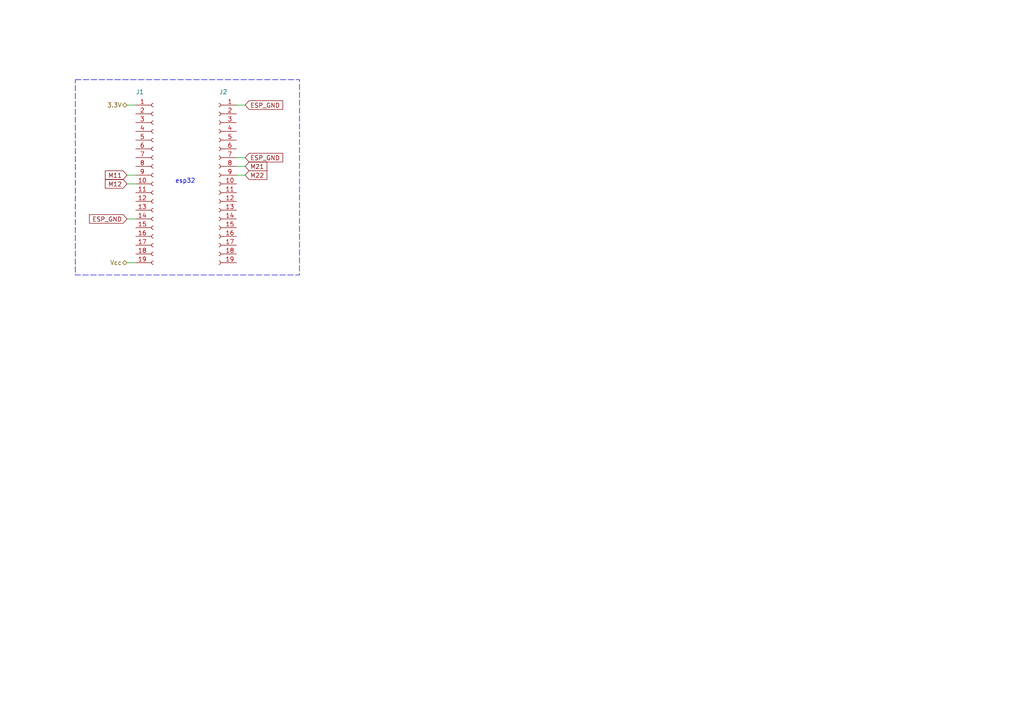
<source format=kicad_sch>
(kicad_sch (version 20231120) (generator "eeschema") (generator_version "8.0")
  (paper "A4")
  (lib_symbols
    (symbol "Connector:Conn_01x19_Female" (pin_names (offset 1.016) hide)
      (property "Reference" "J" (at 0 25.4 0))
      (property "Value" "Conn_01x19_Female" (at 0 -25.4 0))
      (symbol "Conn_01x19_Female_1_1"
        (arc (start 0 -22.352) (mid -0.5058 -22.86) (end 0 -23.368) (stroke (width 0.1524)))
        (arc (start 0 -19.812) (mid -0.5058 -20.32) (end 0 -20.828) (stroke (width 0.1524)))
        (arc (start 0 -17.272) (mid -0.5058 -17.78) (end 0 -18.288) (stroke (width 0.1524)))
        (arc (start 0 -14.732) (mid -0.5058 -15.24) (end 0 -15.748) (stroke (width 0.1524)))
        (arc (start 0 -12.192) (mid -0.5058 -12.7) (end 0 -13.208) (stroke (width 0.1524)))
        (arc (start 0 -9.652) (mid -0.5058 -10.16) (end 0 -10.668) (stroke (width 0.1524)))
        (arc (start 0 -7.112) (mid -0.5058 -7.62) (end 0 -8.128) (stroke (width 0.1524)))
        (arc (start 0 -4.572) (mid -0.5058 -5.08) (end 0 -5.588) (stroke (width 0.1524)))
        (arc (start 0 -2.032) (mid -0.5058 -2.54) (end 0 -3.048) (stroke (width 0.1524)))
        (polyline (pts (xy -1.27 -22.86) (xy -0.508 -22.86)) (stroke (width 0.1524)))
        (polyline (pts (xy -1.27 -20.32) (xy -0.508 -20.32)) (stroke (width 0.1524)))
        (polyline (pts (xy -1.27 -17.78) (xy -0.508 -17.78)) (stroke (width 0.1524)))
        (polyline (pts (xy -1.27 -15.24) (xy -0.508 -15.24)) (stroke (width 0.1524)))
        (polyline (pts (xy -1.27 -12.7) (xy -0.508 -12.7)) (stroke (width 0.1524)))
        (polyline (pts (xy -1.27 -10.16) (xy -0.508 -10.16)) (stroke (width 0.1524)))
        (polyline (pts (xy -1.27 -7.62) (xy -0.508 -7.62)) (stroke (width 0.1524)))
        (polyline (pts (xy -1.27 -5.08) (xy -0.508 -5.08)) (stroke (width 0.1524)))
        (polyline (pts (xy -1.27 -2.54) (xy -0.508 -2.54)) (stroke (width 0.1524)))
        (polyline (pts (xy -1.27 0) (xy -0.508 0)) (stroke (width 0.1524)))
        (polyline (pts (xy -1.27 2.54) (xy -0.508 2.54)) (stroke (width 0.1524)))
        (polyline (pts (xy -1.27 5.08) (xy -0.508 5.08)) (stroke (width 0.1524)))
        (polyline (pts (xy -1.27 7.62) (xy -0.508 7.62)) (stroke (width 0.1524)))
        (polyline (pts (xy -1.27 10.16) (xy -0.508 10.16)) (stroke (width 0.1524)))
        (polyline (pts (xy -1.27 12.7) (xy -0.508 12.7)) (stroke (width 0.1524)))
        (polyline (pts (xy -1.27 15.24) (xy -0.508 15.24)) (stroke (width 0.1524)))
        (polyline (pts (xy -1.27 17.78) (xy -0.508 17.78)) (stroke (width 0.1524)))
        (polyline (pts (xy -1.27 20.32) (xy -0.508 20.32)) (stroke (width 0.1524)))
        (polyline (pts (xy -1.27 22.86) (xy -0.508 22.86)) (stroke (width 0.1524)))
        (arc (start 0 0.508) (mid -0.5058 0) (end 0 -0.508) (stroke (width 0.1524)))
        (arc (start 0 3.048) (mid -0.5058 2.54) (end 0 2.032) (stroke (width 0.1524)))
        (arc (start 0 5.588) (mid -0.5058 5.08) (end 0 4.572) (stroke (width 0.1524)))
        (arc (start 0 8.128) (mid -0.5058 7.62) (end 0 7.112) (stroke (width 0.1524)))
        (arc (start 0 10.668) (mid -0.5058 10.16) (end 0 9.652) (stroke (width 0.1524)))
        (arc (start 0 13.208) (mid -0.5058 12.7) (end 0 12.192) (stroke (width 0.1524)))
        (arc (start 0 15.748) (mid -0.5058 15.24) (end 0 14.732) (stroke (width 0.1524)))
        (arc (start 0 18.288) (mid -0.5058 17.78) (end 0 17.272) (stroke (width 0.1524)))
        (arc (start 0 20.828) (mid -0.5058 20.32) (end 0 19.812) (stroke (width 0.1524)))
        (arc (start 0 23.368) (mid -0.5058 22.86) (end 0 22.352) (stroke (width 0.1524)))
        (pin passive line (at -5.08 22.86 0) (length 3.81) (name "Pin_1") (number "1"))
        (pin passive line (at -5.08 0 0) (length 3.81) (name "Pin_10") (number "10"))
        (pin passive line (at -5.08 -2.54 0) (length 3.81) (name "Pin_11") (number "11"))
        (pin passive line (at -5.08 -5.08 0) (length 3.81) (name "Pin_12") (number "12"))
        (pin passive line (at -5.08 -7.62 0) (length 3.81) (name "Pin_13") (number "13"))
        (pin passive line (at -5.08 -10.16 0) (length 3.81) (name "Pin_14") (number "14"))
        (pin passive line (at -5.08 -12.7 0) (length 3.81) (name "Pin_15") (number "15"))
        (pin passive line (at -5.08 -15.24 0) (length 3.81) (name "Pin_16") (number "16"))
        (pin passive line (at -5.08 -17.78 0) (length 3.81) (name "Pin_17") (number "17"))
        (pin passive line (at -5.08 -20.32 0) (length 3.81) (name "Pin_18") (number "18"))
        (pin passive line (at -5.08 -22.86 0) (length 3.81) (name "Pin_19") (number "19"))
        (pin passive line (at -5.08 20.32 0) (length 3.81) (name "Pin_2") (number "2"))
        (pin passive line (at -5.08 17.78 0) (length 3.81) (name "Pin_3") (number "3"))
        (pin passive line (at -5.08 15.24 0) (length 3.81) (name "Pin_4") (number "4"))
        (pin passive line (at -5.08 12.7 0) (length 3.81) (name "Pin_5") (number "5"))
        (pin passive line (at -5.08 10.16 0) (length 3.81) (name "Pin_6") (number "6"))
        (pin passive line (at -5.08 7.62 0) (length 3.81) (name "Pin_7") (number "7"))
        (pin passive line (at -5.08 5.08 0) (length 3.81) (name "Pin_8") (number "8"))
        (pin passive line (at -5.08 2.54 0) (length 3.81) (name "Pin_9") (number "9"))
      )
    )
  )
  (wire (pts (xy 68.58 50.8) (xy 71.12 50.8)))
  (wire (pts (xy 36.83 63.5) (xy 39.37 63.5)))
  (wire (pts (xy 36.83 50.8) (xy 39.37 50.8)))
  (wire (pts (xy 36.83 30.48) (xy 39.37 30.48)))
  (wire (pts (xy 36.83 53.34) (xy 39.37 53.34)))
  (wire (pts (xy 68.58 30.48) (xy 71.12 30.48)))
  (wire (pts (xy 68.58 48.26) (xy 71.12 48.26)))
  (wire (pts (xy 36.83 76.2) (xy 39.37 76.2)))
  (wire (pts (xy 68.58 45.72) (xy 71.12 45.72)))
  (rectangle (start 21.844 23.114) (end 86.868 79.756) (stroke (width 0) (type dash)))
  (text "esp32" (at 50.8 53.34 0) (effects (font (size 1.27 1.27)) (justify left bottom)))
  (global_label "ESP_GND" (shape input) (at 71.12 30.48 0) (property "Intersheetrefs" "${INTERSHEET_REFS}" (effects (hide yes))))
  (global_label "M21" (shape input) (at 71.12 48.26 0) (property "Intersheetrefs" "${INTERSHEET_REFS}" (effects (hide yes))))
  (global_label "ESP_GND" (shape input) (at 71.12 45.72 0) (property "Intersheetrefs" "${INTERSHEET_REFS}" (effects (hide yes))))
  (global_label "M11" (shape input) (at 36.83 50.8 180) (property "Intersheetrefs" "${INTERSHEET_REFS}" (effects (hide yes))))
  (global_label "M12" (shape input) (at 36.83 53.34 180) (property "Intersheetrefs" "${INTERSHEET_REFS}" (effects (hide yes))))
  (global_label "ESP_GND" (shape input) (at 36.83 63.5 180) (property "Intersheetrefs" "${INTERSHEET_REFS}" (effects (hide yes))))
  (global_label "M22" (shape input) (at 71.12 50.8 0) (property "Intersheetrefs" "${INTERSHEET_REFS}" (effects (hide yes))))
  (hierarchical_label "3.3V" (shape bidirectional) (at 36.83 30.48 180))
  (hierarchical_label "Vcc" (shape bidirectional) (at 36.83 76.2 180))
  (symbol (lib_id "Connector:Conn_01x19_Female") (at 63.5 53.34 0) (mirror y) (unit 1)
    (property "Reference" "J2" (at 64.77 26.67 0))
    (property "Value" "Conn_01x19_Female" (effects (hide yes)))
    (property "Footprint" "Connector_PinSocket_2.54mm:PinSocket_1x19_P2.54mm_Vertical" (effects (hide yes)))
  )
  (symbol (lib_id "Connector:Conn_01x19_Female") (at 44.45 53.34 0) (unit 1)
    (property "Reference" "J1" (at 39.37 26.67 0) (effects (justify left)))
    (property "Value" "Conn_01x19_Female" (effects (hide yes)))
    (property "Footprint" "Connector_PinSocket_2.54mm:PinSocket_1x19_P2.54mm_Vertical" (effects (hide yes)))
  )
)
</source>
